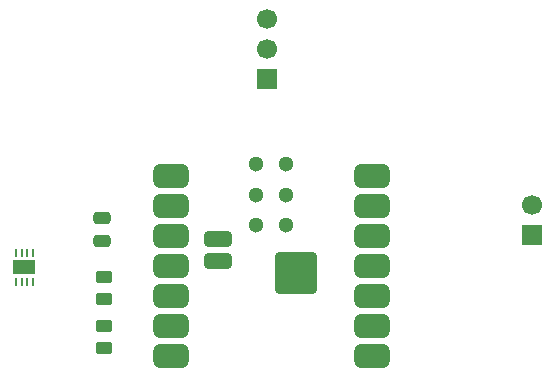
<source format=gbr>
%TF.GenerationSoftware,KiCad,Pcbnew,9.0.7*%
%TF.CreationDate,2026-02-01T15:04:17-08:00*%
%TF.ProjectId,SensingDevice,53656e73-696e-4674-9465-766963652e6b,rev?*%
%TF.SameCoordinates,Original*%
%TF.FileFunction,Soldermask,Top*%
%TF.FilePolarity,Negative*%
%FSLAX46Y46*%
G04 Gerber Fmt 4.6, Leading zero omitted, Abs format (unit mm)*
G04 Created by KiCad (PCBNEW 9.0.7) date 2026-02-01 15:04:17*
%MOMM*%
%LPD*%
G01*
G04 APERTURE LIST*
G04 Aperture macros list*
%AMRoundRect*
0 Rectangle with rounded corners*
0 $1 Rounding radius*
0 $2 $3 $4 $5 $6 $7 $8 $9 X,Y pos of 4 corners*
0 Add a 4 corners polygon primitive as box body*
4,1,4,$2,$3,$4,$5,$6,$7,$8,$9,$2,$3,0*
0 Add four circle primitives for the rounded corners*
1,1,$1+$1,$2,$3*
1,1,$1+$1,$4,$5*
1,1,$1+$1,$6,$7*
1,1,$1+$1,$8,$9*
0 Add four rect primitives between the rounded corners*
20,1,$1+$1,$2,$3,$4,$5,0*
20,1,$1+$1,$4,$5,$6,$7,0*
20,1,$1+$1,$6,$7,$8,$9,0*
20,1,$1+$1,$8,$9,$2,$3,0*%
G04 Aperture macros list end*
%ADD10RoundRect,0.250000X-0.450000X0.262500X-0.450000X-0.262500X0.450000X-0.262500X0.450000X0.262500X0*%
%ADD11RoundRect,0.250000X0.475000X-0.250000X0.475000X0.250000X-0.475000X0.250000X-0.475000X-0.250000X0*%
%ADD12RoundRect,0.250000X0.450000X-0.262500X0.450000X0.262500X-0.450000X0.262500X-0.450000X-0.262500X0*%
%ADD13R,0.254000X0.762000*%
%ADD14R,1.905000X1.193800*%
%ADD15RoundRect,0.500000X-1.000000X-0.500000X1.000000X-0.500000X1.000000X0.500000X-1.000000X0.500000X0*%
%ADD16RoundRect,0.250000X-1.500000X-1.500000X1.500000X-1.500000X1.500000X1.500000X-1.500000X1.500000X0*%
%ADD17RoundRect,0.250000X-0.900000X-0.400000X0.900000X-0.400000X0.900000X0.400000X-0.900000X0.400000X0*%
%ADD18C,1.300000*%
%ADD19R,1.700000X1.700000*%
%ADD20C,1.700000*%
G04 APERTURE END LIST*
D10*
%TO.C,R1*%
X119750000Y-99825000D03*
X119750000Y-98000000D03*
%TD*%
D11*
%TO.C,C1*%
X119600000Y-90750000D03*
X119600000Y-88850000D03*
%TD*%
D12*
%TO.C,R2*%
X119750000Y-95662500D03*
X119750000Y-93837500D03*
%TD*%
D13*
%TO.C,U2*%
X112249811Y-94219200D03*
X112749937Y-94219200D03*
X113250063Y-94219200D03*
X113750189Y-94219200D03*
X113750189Y-91780800D03*
X113250063Y-91780800D03*
X112749937Y-91780800D03*
X112249811Y-91780800D03*
D14*
X113000000Y-93000000D03*
%TD*%
D15*
%TO.C,U1*%
X125400000Y-85280000D03*
X125400000Y-87820000D03*
X125400000Y-90360000D03*
X125400000Y-92900000D03*
X125400000Y-95440000D03*
X125400000Y-97980000D03*
X125400000Y-100520000D03*
X142400000Y-100520000D03*
X142400000Y-97980000D03*
X142400000Y-95440000D03*
X142400000Y-92900000D03*
X142400000Y-90360000D03*
X142400000Y-87820000D03*
X142400000Y-85280000D03*
D16*
X136000000Y-93500000D03*
D17*
X129400000Y-92500000D03*
X129400000Y-90600000D03*
D18*
X132630000Y-84280000D03*
X132630000Y-86860000D03*
X132630000Y-89400000D03*
X135170000Y-89400000D03*
X135170000Y-86860000D03*
X135170000Y-84280000D03*
%TD*%
D19*
%TO.C,J2*%
X156000000Y-90275000D03*
D20*
X156000000Y-87735000D03*
%TD*%
D19*
%TO.C,J1*%
X133500000Y-77040000D03*
D20*
X133500000Y-74500000D03*
X133500000Y-71960000D03*
%TD*%
M02*

</source>
